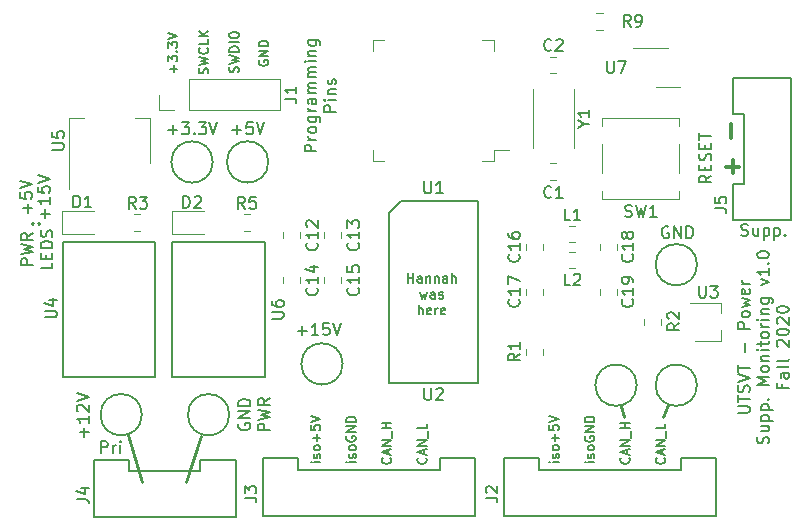
<source format=gbr>
G04 #@! TF.GenerationSoftware,KiCad,Pcbnew,(5.1.5)-3*
G04 #@! TF.CreationDate,2021-01-10T15:50:35-06:00*
G04 #@! TF.ProjectId,Power-SupplementalMonitoringPCB,506f7765-722d-4537-9570-706c656d656e,rev?*
G04 #@! TF.SameCoordinates,Original*
G04 #@! TF.FileFunction,Legend,Top*
G04 #@! TF.FilePolarity,Positive*
%FSLAX46Y46*%
G04 Gerber Fmt 4.6, Leading zero omitted, Abs format (unit mm)*
G04 Created by KiCad (PCBNEW (5.1.5)-3) date 2021-01-10 15:50:35*
%MOMM*%
%LPD*%
G04 APERTURE LIST*
%ADD10C,0.250000*%
%ADD11C,0.150000*%
%ADD12C,0.300000*%
%ADD13C,0.120000*%
G04 APERTURE END LIST*
D10*
X97157142Y-88700000D02*
X97204761Y-88652380D01*
X97252380Y-88700000D01*
X97204761Y-88747619D01*
X97157142Y-88700000D01*
X97252380Y-88700000D01*
X96633333Y-88700000D02*
X96680952Y-88652380D01*
X96728571Y-88700000D01*
X96680952Y-88747619D01*
X96633333Y-88700000D01*
X96728571Y-88700000D01*
D11*
X97771428Y-88261904D02*
X97771428Y-87500000D01*
X98152380Y-87880952D02*
X97390476Y-87880952D01*
X98152380Y-86500000D02*
X98152380Y-87071428D01*
X98152380Y-86785714D02*
X97152380Y-86785714D01*
X97295238Y-86880952D01*
X97390476Y-86976190D01*
X97438095Y-87071428D01*
X97152380Y-85595238D02*
X97152380Y-86071428D01*
X97628571Y-86119047D01*
X97580952Y-86071428D01*
X97533333Y-85976190D01*
X97533333Y-85738095D01*
X97580952Y-85642857D01*
X97628571Y-85595238D01*
X97723809Y-85547619D01*
X97961904Y-85547619D01*
X98057142Y-85595238D01*
X98104761Y-85642857D01*
X98152380Y-85738095D01*
X98152380Y-85976190D01*
X98104761Y-86071428D01*
X98057142Y-86119047D01*
X97152380Y-85261904D02*
X98152380Y-84928571D01*
X97152380Y-84595238D01*
X96271428Y-87785714D02*
X96271428Y-87023809D01*
X96652380Y-87404761D02*
X95890476Y-87404761D01*
X95652380Y-86071428D02*
X95652380Y-86547619D01*
X96128571Y-86595238D01*
X96080952Y-86547619D01*
X96033333Y-86452380D01*
X96033333Y-86214285D01*
X96080952Y-86119047D01*
X96128571Y-86071428D01*
X96223809Y-86023809D01*
X96461904Y-86023809D01*
X96557142Y-86071428D01*
X96604761Y-86119047D01*
X96652380Y-86214285D01*
X96652380Y-86452380D01*
X96604761Y-86547619D01*
X96557142Y-86595238D01*
X95652380Y-85738095D02*
X96652380Y-85404761D01*
X95652380Y-85071428D01*
X96727380Y-92233333D02*
X95727380Y-92233333D01*
X95727380Y-91852380D01*
X95775000Y-91757142D01*
X95822619Y-91709523D01*
X95917857Y-91661904D01*
X96060714Y-91661904D01*
X96155952Y-91709523D01*
X96203571Y-91757142D01*
X96251190Y-91852380D01*
X96251190Y-92233333D01*
X95727380Y-91328571D02*
X96727380Y-91090476D01*
X96013095Y-90900000D01*
X96727380Y-90709523D01*
X95727380Y-90471428D01*
X96727380Y-89519047D02*
X96251190Y-89852380D01*
X96727380Y-90090476D02*
X95727380Y-90090476D01*
X95727380Y-89709523D01*
X95775000Y-89614285D01*
X95822619Y-89566666D01*
X95917857Y-89519047D01*
X96060714Y-89519047D01*
X96155952Y-89566666D01*
X96203571Y-89614285D01*
X96251190Y-89709523D01*
X96251190Y-90090476D01*
X98377380Y-92019047D02*
X98377380Y-92495238D01*
X97377380Y-92495238D01*
X97853571Y-91685714D02*
X97853571Y-91352380D01*
X98377380Y-91209523D02*
X98377380Y-91685714D01*
X97377380Y-91685714D01*
X97377380Y-91209523D01*
X98377380Y-90780952D02*
X97377380Y-90780952D01*
X97377380Y-90542857D01*
X97425000Y-90400000D01*
X97520238Y-90304761D01*
X97615476Y-90257142D01*
X97805952Y-90209523D01*
X97948809Y-90209523D01*
X98139285Y-90257142D01*
X98234523Y-90304761D01*
X98329761Y-90400000D01*
X98377380Y-90542857D01*
X98377380Y-90780952D01*
X98329761Y-89828571D02*
X98377380Y-89685714D01*
X98377380Y-89447619D01*
X98329761Y-89352380D01*
X98282142Y-89304761D01*
X98186904Y-89257142D01*
X98091666Y-89257142D01*
X97996428Y-89304761D01*
X97948809Y-89352380D01*
X97901190Y-89447619D01*
X97853571Y-89638095D01*
X97805952Y-89733333D01*
X97758333Y-89780952D01*
X97663095Y-89828571D01*
X97567857Y-89828571D01*
X97472619Y-89780952D01*
X97425000Y-89733333D01*
X97377380Y-89638095D01*
X97377380Y-89400000D01*
X97425000Y-89257142D01*
X119138095Y-97771428D02*
X119900000Y-97771428D01*
X119519047Y-98152380D02*
X119519047Y-97390476D01*
X120900000Y-98152380D02*
X120328571Y-98152380D01*
X120614285Y-98152380D02*
X120614285Y-97152380D01*
X120519047Y-97295238D01*
X120423809Y-97390476D01*
X120328571Y-97438095D01*
X121804761Y-97152380D02*
X121328571Y-97152380D01*
X121280952Y-97628571D01*
X121328571Y-97580952D01*
X121423809Y-97533333D01*
X121661904Y-97533333D01*
X121757142Y-97580952D01*
X121804761Y-97628571D01*
X121852380Y-97723809D01*
X121852380Y-97961904D01*
X121804761Y-98057142D01*
X121757142Y-98104761D01*
X121661904Y-98152380D01*
X121423809Y-98152380D01*
X121328571Y-98104761D01*
X121280952Y-98057142D01*
X122138095Y-97152380D02*
X122471428Y-98152380D01*
X122804761Y-97152380D01*
X128461904Y-93711904D02*
X128461904Y-92911904D01*
X128461904Y-93292857D02*
X128919047Y-93292857D01*
X128919047Y-93711904D02*
X128919047Y-92911904D01*
X129642857Y-93711904D02*
X129642857Y-93292857D01*
X129604761Y-93216666D01*
X129528571Y-93178571D01*
X129376190Y-93178571D01*
X129300000Y-93216666D01*
X129642857Y-93673809D02*
X129566666Y-93711904D01*
X129376190Y-93711904D01*
X129300000Y-93673809D01*
X129261904Y-93597619D01*
X129261904Y-93521428D01*
X129300000Y-93445238D01*
X129376190Y-93407142D01*
X129566666Y-93407142D01*
X129642857Y-93369047D01*
X130023809Y-93178571D02*
X130023809Y-93711904D01*
X130023809Y-93254761D02*
X130061904Y-93216666D01*
X130138095Y-93178571D01*
X130252380Y-93178571D01*
X130328571Y-93216666D01*
X130366666Y-93292857D01*
X130366666Y-93711904D01*
X130747619Y-93178571D02*
X130747619Y-93711904D01*
X130747619Y-93254761D02*
X130785714Y-93216666D01*
X130861904Y-93178571D01*
X130976190Y-93178571D01*
X131052380Y-93216666D01*
X131090476Y-93292857D01*
X131090476Y-93711904D01*
X131814285Y-93711904D02*
X131814285Y-93292857D01*
X131776190Y-93216666D01*
X131700000Y-93178571D01*
X131547619Y-93178571D01*
X131471428Y-93216666D01*
X131814285Y-93673809D02*
X131738095Y-93711904D01*
X131547619Y-93711904D01*
X131471428Y-93673809D01*
X131433333Y-93597619D01*
X131433333Y-93521428D01*
X131471428Y-93445238D01*
X131547619Y-93407142D01*
X131738095Y-93407142D01*
X131814285Y-93369047D01*
X132195238Y-93711904D02*
X132195238Y-92911904D01*
X132538095Y-93711904D02*
X132538095Y-93292857D01*
X132500000Y-93216666D01*
X132423809Y-93178571D01*
X132309523Y-93178571D01*
X132233333Y-93216666D01*
X132195238Y-93254761D01*
X129509523Y-94528571D02*
X129661904Y-95061904D01*
X129814285Y-94680952D01*
X129966666Y-95061904D01*
X130119047Y-94528571D01*
X130766666Y-95061904D02*
X130766666Y-94642857D01*
X130728571Y-94566666D01*
X130652380Y-94528571D01*
X130500000Y-94528571D01*
X130423809Y-94566666D01*
X130766666Y-95023809D02*
X130690476Y-95061904D01*
X130500000Y-95061904D01*
X130423809Y-95023809D01*
X130385714Y-94947619D01*
X130385714Y-94871428D01*
X130423809Y-94795238D01*
X130500000Y-94757142D01*
X130690476Y-94757142D01*
X130766666Y-94719047D01*
X131109523Y-95023809D02*
X131185714Y-95061904D01*
X131338095Y-95061904D01*
X131414285Y-95023809D01*
X131452380Y-94947619D01*
X131452380Y-94909523D01*
X131414285Y-94833333D01*
X131338095Y-94795238D01*
X131223809Y-94795238D01*
X131147619Y-94757142D01*
X131109523Y-94680952D01*
X131109523Y-94642857D01*
X131147619Y-94566666D01*
X131223809Y-94528571D01*
X131338095Y-94528571D01*
X131414285Y-94566666D01*
X129395238Y-96411904D02*
X129395238Y-95611904D01*
X129738095Y-96411904D02*
X129738095Y-95992857D01*
X129700000Y-95916666D01*
X129623809Y-95878571D01*
X129509523Y-95878571D01*
X129433333Y-95916666D01*
X129395238Y-95954761D01*
X130423809Y-96373809D02*
X130347619Y-96411904D01*
X130195238Y-96411904D01*
X130119047Y-96373809D01*
X130080952Y-96297619D01*
X130080952Y-95992857D01*
X130119047Y-95916666D01*
X130195238Y-95878571D01*
X130347619Y-95878571D01*
X130423809Y-95916666D01*
X130461904Y-95992857D01*
X130461904Y-96069047D01*
X130080952Y-96145238D01*
X130804761Y-96411904D02*
X130804761Y-95878571D01*
X130804761Y-96030952D02*
X130842857Y-95954761D01*
X130880952Y-95916666D01*
X130957142Y-95878571D01*
X131033333Y-95878571D01*
X131604761Y-96373809D02*
X131528571Y-96411904D01*
X131376190Y-96411904D01*
X131300000Y-96373809D01*
X131261904Y-96297619D01*
X131261904Y-95992857D01*
X131300000Y-95916666D01*
X131376190Y-95878571D01*
X131528571Y-95878571D01*
X131604761Y-95916666D01*
X131642857Y-95992857D01*
X131642857Y-96069047D01*
X131261904Y-96145238D01*
X156402380Y-104747619D02*
X157211904Y-104747619D01*
X157307142Y-104700000D01*
X157354761Y-104652380D01*
X157402380Y-104557142D01*
X157402380Y-104366666D01*
X157354761Y-104271428D01*
X157307142Y-104223809D01*
X157211904Y-104176190D01*
X156402380Y-104176190D01*
X156402380Y-103842857D02*
X156402380Y-103271428D01*
X157402380Y-103557142D02*
X156402380Y-103557142D01*
X157354761Y-102985714D02*
X157402380Y-102842857D01*
X157402380Y-102604761D01*
X157354761Y-102509523D01*
X157307142Y-102461904D01*
X157211904Y-102414285D01*
X157116666Y-102414285D01*
X157021428Y-102461904D01*
X156973809Y-102509523D01*
X156926190Y-102604761D01*
X156878571Y-102795238D01*
X156830952Y-102890476D01*
X156783333Y-102938095D01*
X156688095Y-102985714D01*
X156592857Y-102985714D01*
X156497619Y-102938095D01*
X156450000Y-102890476D01*
X156402380Y-102795238D01*
X156402380Y-102557142D01*
X156450000Y-102414285D01*
X156402380Y-102128571D02*
X157402380Y-101795238D01*
X156402380Y-101461904D01*
X156402380Y-101271428D02*
X156402380Y-100700000D01*
X157402380Y-100985714D02*
X156402380Y-100985714D01*
X157021428Y-99604761D02*
X157021428Y-98842857D01*
X157402380Y-97604761D02*
X156402380Y-97604761D01*
X156402380Y-97223809D01*
X156450000Y-97128571D01*
X156497619Y-97080952D01*
X156592857Y-97033333D01*
X156735714Y-97033333D01*
X156830952Y-97080952D01*
X156878571Y-97128571D01*
X156926190Y-97223809D01*
X156926190Y-97604761D01*
X157402380Y-96461904D02*
X157354761Y-96557142D01*
X157307142Y-96604761D01*
X157211904Y-96652380D01*
X156926190Y-96652380D01*
X156830952Y-96604761D01*
X156783333Y-96557142D01*
X156735714Y-96461904D01*
X156735714Y-96319047D01*
X156783333Y-96223809D01*
X156830952Y-96176190D01*
X156926190Y-96128571D01*
X157211904Y-96128571D01*
X157307142Y-96176190D01*
X157354761Y-96223809D01*
X157402380Y-96319047D01*
X157402380Y-96461904D01*
X156735714Y-95795238D02*
X157402380Y-95604761D01*
X156926190Y-95414285D01*
X157402380Y-95223809D01*
X156735714Y-95033333D01*
X157354761Y-94271428D02*
X157402380Y-94366666D01*
X157402380Y-94557142D01*
X157354761Y-94652380D01*
X157259523Y-94700000D01*
X156878571Y-94700000D01*
X156783333Y-94652380D01*
X156735714Y-94557142D01*
X156735714Y-94366666D01*
X156783333Y-94271428D01*
X156878571Y-94223809D01*
X156973809Y-94223809D01*
X157069047Y-94700000D01*
X157402380Y-93795238D02*
X156735714Y-93795238D01*
X156926190Y-93795238D02*
X156830952Y-93747619D01*
X156783333Y-93700000D01*
X156735714Y-93604761D01*
X156735714Y-93509523D01*
X159004761Y-107319047D02*
X159052380Y-107176190D01*
X159052380Y-106938095D01*
X159004761Y-106842857D01*
X158957142Y-106795238D01*
X158861904Y-106747619D01*
X158766666Y-106747619D01*
X158671428Y-106795238D01*
X158623809Y-106842857D01*
X158576190Y-106938095D01*
X158528571Y-107128571D01*
X158480952Y-107223809D01*
X158433333Y-107271428D01*
X158338095Y-107319047D01*
X158242857Y-107319047D01*
X158147619Y-107271428D01*
X158100000Y-107223809D01*
X158052380Y-107128571D01*
X158052380Y-106890476D01*
X158100000Y-106747619D01*
X158385714Y-105890476D02*
X159052380Y-105890476D01*
X158385714Y-106319047D02*
X158909523Y-106319047D01*
X159004761Y-106271428D01*
X159052380Y-106176190D01*
X159052380Y-106033333D01*
X159004761Y-105938095D01*
X158957142Y-105890476D01*
X158385714Y-105414285D02*
X159385714Y-105414285D01*
X158433333Y-105414285D02*
X158385714Y-105319047D01*
X158385714Y-105128571D01*
X158433333Y-105033333D01*
X158480952Y-104985714D01*
X158576190Y-104938095D01*
X158861904Y-104938095D01*
X158957142Y-104985714D01*
X159004761Y-105033333D01*
X159052380Y-105128571D01*
X159052380Y-105319047D01*
X159004761Y-105414285D01*
X158385714Y-104509523D02*
X159385714Y-104509523D01*
X158433333Y-104509523D02*
X158385714Y-104414285D01*
X158385714Y-104223809D01*
X158433333Y-104128571D01*
X158480952Y-104080952D01*
X158576190Y-104033333D01*
X158861904Y-104033333D01*
X158957142Y-104080952D01*
X159004761Y-104128571D01*
X159052380Y-104223809D01*
X159052380Y-104414285D01*
X159004761Y-104509523D01*
X158957142Y-103604761D02*
X159004761Y-103557142D01*
X159052380Y-103604761D01*
X159004761Y-103652380D01*
X158957142Y-103604761D01*
X159052380Y-103604761D01*
X159052380Y-102366666D02*
X158052380Y-102366666D01*
X158766666Y-102033333D01*
X158052380Y-101700000D01*
X159052380Y-101700000D01*
X159052380Y-101080952D02*
X159004761Y-101176190D01*
X158957142Y-101223809D01*
X158861904Y-101271428D01*
X158576190Y-101271428D01*
X158480952Y-101223809D01*
X158433333Y-101176190D01*
X158385714Y-101080952D01*
X158385714Y-100938095D01*
X158433333Y-100842857D01*
X158480952Y-100795238D01*
X158576190Y-100747619D01*
X158861904Y-100747619D01*
X158957142Y-100795238D01*
X159004761Y-100842857D01*
X159052380Y-100938095D01*
X159052380Y-101080952D01*
X158385714Y-100319047D02*
X159052380Y-100319047D01*
X158480952Y-100319047D02*
X158433333Y-100271428D01*
X158385714Y-100176190D01*
X158385714Y-100033333D01*
X158433333Y-99938095D01*
X158528571Y-99890476D01*
X159052380Y-99890476D01*
X159052380Y-99414285D02*
X158385714Y-99414285D01*
X158052380Y-99414285D02*
X158100000Y-99461904D01*
X158147619Y-99414285D01*
X158100000Y-99366666D01*
X158052380Y-99414285D01*
X158147619Y-99414285D01*
X158385714Y-99080952D02*
X158385714Y-98700000D01*
X158052380Y-98938095D02*
X158909523Y-98938095D01*
X159004761Y-98890476D01*
X159052380Y-98795238D01*
X159052380Y-98700000D01*
X159052380Y-98223809D02*
X159004761Y-98319047D01*
X158957142Y-98366666D01*
X158861904Y-98414285D01*
X158576190Y-98414285D01*
X158480952Y-98366666D01*
X158433333Y-98319047D01*
X158385714Y-98223809D01*
X158385714Y-98080952D01*
X158433333Y-97985714D01*
X158480952Y-97938095D01*
X158576190Y-97890476D01*
X158861904Y-97890476D01*
X158957142Y-97938095D01*
X159004761Y-97985714D01*
X159052380Y-98080952D01*
X159052380Y-98223809D01*
X159052380Y-97461904D02*
X158385714Y-97461904D01*
X158576190Y-97461904D02*
X158480952Y-97414285D01*
X158433333Y-97366666D01*
X158385714Y-97271428D01*
X158385714Y-97176190D01*
X159052380Y-96842857D02*
X158385714Y-96842857D01*
X158052380Y-96842857D02*
X158100000Y-96890476D01*
X158147619Y-96842857D01*
X158100000Y-96795238D01*
X158052380Y-96842857D01*
X158147619Y-96842857D01*
X158385714Y-96366666D02*
X159052380Y-96366666D01*
X158480952Y-96366666D02*
X158433333Y-96319047D01*
X158385714Y-96223809D01*
X158385714Y-96080952D01*
X158433333Y-95985714D01*
X158528571Y-95938095D01*
X159052380Y-95938095D01*
X158385714Y-95033333D02*
X159195238Y-95033333D01*
X159290476Y-95080952D01*
X159338095Y-95128571D01*
X159385714Y-95223809D01*
X159385714Y-95366666D01*
X159338095Y-95461904D01*
X159004761Y-95033333D02*
X159052380Y-95128571D01*
X159052380Y-95319047D01*
X159004761Y-95414285D01*
X158957142Y-95461904D01*
X158861904Y-95509523D01*
X158576190Y-95509523D01*
X158480952Y-95461904D01*
X158433333Y-95414285D01*
X158385714Y-95319047D01*
X158385714Y-95128571D01*
X158433333Y-95033333D01*
X158385714Y-93890476D02*
X159052380Y-93652380D01*
X158385714Y-93414285D01*
X159052380Y-92509523D02*
X159052380Y-93080952D01*
X159052380Y-92795238D02*
X158052380Y-92795238D01*
X158195238Y-92890476D01*
X158290476Y-92985714D01*
X158338095Y-93080952D01*
X158957142Y-92080952D02*
X159004761Y-92033333D01*
X159052380Y-92080952D01*
X159004761Y-92128571D01*
X158957142Y-92080952D01*
X159052380Y-92080952D01*
X158052380Y-91414285D02*
X158052380Y-91319047D01*
X158100000Y-91223809D01*
X158147619Y-91176190D01*
X158242857Y-91128571D01*
X158433333Y-91080952D01*
X158671428Y-91080952D01*
X158861904Y-91128571D01*
X158957142Y-91176190D01*
X159004761Y-91223809D01*
X159052380Y-91319047D01*
X159052380Y-91414285D01*
X159004761Y-91509523D01*
X158957142Y-91557142D01*
X158861904Y-91604761D01*
X158671428Y-91652380D01*
X158433333Y-91652380D01*
X158242857Y-91604761D01*
X158147619Y-91557142D01*
X158100000Y-91509523D01*
X158052380Y-91414285D01*
X160178571Y-102319047D02*
X160178571Y-102652380D01*
X160702380Y-102652380D02*
X159702380Y-102652380D01*
X159702380Y-102176190D01*
X160702380Y-101366666D02*
X160178571Y-101366666D01*
X160083333Y-101414285D01*
X160035714Y-101509523D01*
X160035714Y-101700000D01*
X160083333Y-101795238D01*
X160654761Y-101366666D02*
X160702380Y-101461904D01*
X160702380Y-101700000D01*
X160654761Y-101795238D01*
X160559523Y-101842857D01*
X160464285Y-101842857D01*
X160369047Y-101795238D01*
X160321428Y-101700000D01*
X160321428Y-101461904D01*
X160273809Y-101366666D01*
X160702380Y-100747619D02*
X160654761Y-100842857D01*
X160559523Y-100890476D01*
X159702380Y-100890476D01*
X160702380Y-100223809D02*
X160654761Y-100319047D01*
X160559523Y-100366666D01*
X159702380Y-100366666D01*
X159797619Y-99128571D02*
X159750000Y-99080952D01*
X159702380Y-98985714D01*
X159702380Y-98747619D01*
X159750000Y-98652380D01*
X159797619Y-98604761D01*
X159892857Y-98557142D01*
X159988095Y-98557142D01*
X160130952Y-98604761D01*
X160702380Y-99176190D01*
X160702380Y-98557142D01*
X159702380Y-97938095D02*
X159702380Y-97842857D01*
X159750000Y-97747619D01*
X159797619Y-97700000D01*
X159892857Y-97652380D01*
X160083333Y-97604761D01*
X160321428Y-97604761D01*
X160511904Y-97652380D01*
X160607142Y-97700000D01*
X160654761Y-97747619D01*
X160702380Y-97842857D01*
X160702380Y-97938095D01*
X160654761Y-98033333D01*
X160607142Y-98080952D01*
X160511904Y-98128571D01*
X160321428Y-98176190D01*
X160083333Y-98176190D01*
X159892857Y-98128571D01*
X159797619Y-98080952D01*
X159750000Y-98033333D01*
X159702380Y-97938095D01*
X159797619Y-97223809D02*
X159750000Y-97176190D01*
X159702380Y-97080952D01*
X159702380Y-96842857D01*
X159750000Y-96747619D01*
X159797619Y-96700000D01*
X159892857Y-96652380D01*
X159988095Y-96652380D01*
X160130952Y-96700000D01*
X160702380Y-97271428D01*
X160702380Y-96652380D01*
X159702380Y-96033333D02*
X159702380Y-95938095D01*
X159750000Y-95842857D01*
X159797619Y-95795238D01*
X159892857Y-95747619D01*
X160083333Y-95700000D01*
X160321428Y-95700000D01*
X160511904Y-95747619D01*
X160607142Y-95795238D01*
X160654761Y-95842857D01*
X160702380Y-95938095D01*
X160702380Y-96033333D01*
X160654761Y-96128571D01*
X160607142Y-96176190D01*
X160511904Y-96223809D01*
X160321428Y-96271428D01*
X160083333Y-96271428D01*
X159892857Y-96223809D01*
X159797619Y-96176190D01*
X159750000Y-96128571D01*
X159702380Y-96033333D01*
D10*
X150100000Y-105100000D02*
X150500000Y-104100000D01*
X146500000Y-104200000D02*
X146800000Y-105100000D01*
D11*
X150185714Y-108542857D02*
X150223809Y-108580952D01*
X150261904Y-108695238D01*
X150261904Y-108771428D01*
X150223809Y-108885714D01*
X150147619Y-108961904D01*
X150071428Y-109000000D01*
X149919047Y-109038095D01*
X149804761Y-109038095D01*
X149652380Y-109000000D01*
X149576190Y-108961904D01*
X149500000Y-108885714D01*
X149461904Y-108771428D01*
X149461904Y-108695238D01*
X149500000Y-108580952D01*
X149538095Y-108542857D01*
X150033333Y-108238095D02*
X150033333Y-107857142D01*
X150261904Y-108314285D02*
X149461904Y-108047619D01*
X150261904Y-107780952D01*
X150261904Y-107514285D02*
X149461904Y-107514285D01*
X150261904Y-107057142D01*
X149461904Y-107057142D01*
X150338095Y-106866666D02*
X150338095Y-106257142D01*
X150261904Y-105685714D02*
X150261904Y-106066666D01*
X149461904Y-106066666D01*
X144261904Y-108904761D02*
X143728571Y-108904761D01*
X143461904Y-108904761D02*
X143500000Y-108942857D01*
X143538095Y-108904761D01*
X143500000Y-108866666D01*
X143461904Y-108904761D01*
X143538095Y-108904761D01*
X144223809Y-108561904D02*
X144261904Y-108485714D01*
X144261904Y-108333333D01*
X144223809Y-108257142D01*
X144147619Y-108219047D01*
X144109523Y-108219047D01*
X144033333Y-108257142D01*
X143995238Y-108333333D01*
X143995238Y-108447619D01*
X143957142Y-108523809D01*
X143880952Y-108561904D01*
X143842857Y-108561904D01*
X143766666Y-108523809D01*
X143728571Y-108447619D01*
X143728571Y-108333333D01*
X143766666Y-108257142D01*
X144261904Y-107761904D02*
X144223809Y-107838095D01*
X144185714Y-107876190D01*
X144109523Y-107914285D01*
X143880952Y-107914285D01*
X143804761Y-107876190D01*
X143766666Y-107838095D01*
X143728571Y-107761904D01*
X143728571Y-107647619D01*
X143766666Y-107571428D01*
X143804761Y-107533333D01*
X143880952Y-107495238D01*
X144109523Y-107495238D01*
X144185714Y-107533333D01*
X144223809Y-107571428D01*
X144261904Y-107647619D01*
X144261904Y-107761904D01*
X143500000Y-106733333D02*
X143461904Y-106809523D01*
X143461904Y-106923809D01*
X143500000Y-107038095D01*
X143576190Y-107114285D01*
X143652380Y-107152380D01*
X143804761Y-107190476D01*
X143919047Y-107190476D01*
X144071428Y-107152380D01*
X144147619Y-107114285D01*
X144223809Y-107038095D01*
X144261904Y-106923809D01*
X144261904Y-106847619D01*
X144223809Y-106733333D01*
X144185714Y-106695238D01*
X143919047Y-106695238D01*
X143919047Y-106847619D01*
X144261904Y-106352380D02*
X143461904Y-106352380D01*
X144261904Y-105895238D01*
X143461904Y-105895238D01*
X144261904Y-105514285D02*
X143461904Y-105514285D01*
X143461904Y-105323809D01*
X143500000Y-105209523D01*
X143576190Y-105133333D01*
X143652380Y-105095238D01*
X143804761Y-105057142D01*
X143919047Y-105057142D01*
X144071428Y-105095238D01*
X144147619Y-105133333D01*
X144223809Y-105209523D01*
X144261904Y-105323809D01*
X144261904Y-105514285D01*
X147185714Y-108538095D02*
X147223809Y-108576190D01*
X147261904Y-108690476D01*
X147261904Y-108766666D01*
X147223809Y-108880952D01*
X147147619Y-108957142D01*
X147071428Y-108995238D01*
X146919047Y-109033333D01*
X146804761Y-109033333D01*
X146652380Y-108995238D01*
X146576190Y-108957142D01*
X146500000Y-108880952D01*
X146461904Y-108766666D01*
X146461904Y-108690476D01*
X146500000Y-108576190D01*
X146538095Y-108538095D01*
X147033333Y-108233333D02*
X147033333Y-107852380D01*
X147261904Y-108309523D02*
X146461904Y-108042857D01*
X147261904Y-107776190D01*
X147261904Y-107509523D02*
X146461904Y-107509523D01*
X147261904Y-107052380D01*
X146461904Y-107052380D01*
X147338095Y-106861904D02*
X147338095Y-106252380D01*
X147261904Y-106061904D02*
X146461904Y-106061904D01*
X146842857Y-106061904D02*
X146842857Y-105604761D01*
X147261904Y-105604761D02*
X146461904Y-105604761D01*
X141261904Y-108904761D02*
X140728571Y-108904761D01*
X140461904Y-108904761D02*
X140500000Y-108942857D01*
X140538095Y-108904761D01*
X140500000Y-108866666D01*
X140461904Y-108904761D01*
X140538095Y-108904761D01*
X141223809Y-108561904D02*
X141261904Y-108485714D01*
X141261904Y-108333333D01*
X141223809Y-108257142D01*
X141147619Y-108219047D01*
X141109523Y-108219047D01*
X141033333Y-108257142D01*
X140995238Y-108333333D01*
X140995238Y-108447619D01*
X140957142Y-108523809D01*
X140880952Y-108561904D01*
X140842857Y-108561904D01*
X140766666Y-108523809D01*
X140728571Y-108447619D01*
X140728571Y-108333333D01*
X140766666Y-108257142D01*
X141261904Y-107761904D02*
X141223809Y-107838095D01*
X141185714Y-107876190D01*
X141109523Y-107914285D01*
X140880952Y-107914285D01*
X140804761Y-107876190D01*
X140766666Y-107838095D01*
X140728571Y-107761904D01*
X140728571Y-107647619D01*
X140766666Y-107571428D01*
X140804761Y-107533333D01*
X140880952Y-107495238D01*
X141109523Y-107495238D01*
X141185714Y-107533333D01*
X141223809Y-107571428D01*
X141261904Y-107647619D01*
X141261904Y-107761904D01*
X140957142Y-107152380D02*
X140957142Y-106542857D01*
X141261904Y-106847619D02*
X140652380Y-106847619D01*
X140461904Y-105780952D02*
X140461904Y-106161904D01*
X140842857Y-106200000D01*
X140804761Y-106161904D01*
X140766666Y-106085714D01*
X140766666Y-105895238D01*
X140804761Y-105819047D01*
X140842857Y-105780952D01*
X140919047Y-105742857D01*
X141109523Y-105742857D01*
X141185714Y-105780952D01*
X141223809Y-105819047D01*
X141261904Y-105895238D01*
X141261904Y-106085714D01*
X141223809Y-106161904D01*
X141185714Y-106200000D01*
X140461904Y-105514285D02*
X141261904Y-105247619D01*
X140461904Y-104980952D01*
X124061904Y-108904761D02*
X123528571Y-108904761D01*
X123261904Y-108904761D02*
X123300000Y-108942857D01*
X123338095Y-108904761D01*
X123300000Y-108866666D01*
X123261904Y-108904761D01*
X123338095Y-108904761D01*
X124023809Y-108561904D02*
X124061904Y-108485714D01*
X124061904Y-108333333D01*
X124023809Y-108257142D01*
X123947619Y-108219047D01*
X123909523Y-108219047D01*
X123833333Y-108257142D01*
X123795238Y-108333333D01*
X123795238Y-108447619D01*
X123757142Y-108523809D01*
X123680952Y-108561904D01*
X123642857Y-108561904D01*
X123566666Y-108523809D01*
X123528571Y-108447619D01*
X123528571Y-108333333D01*
X123566666Y-108257142D01*
X124061904Y-107761904D02*
X124023809Y-107838095D01*
X123985714Y-107876190D01*
X123909523Y-107914285D01*
X123680952Y-107914285D01*
X123604761Y-107876190D01*
X123566666Y-107838095D01*
X123528571Y-107761904D01*
X123528571Y-107647619D01*
X123566666Y-107571428D01*
X123604761Y-107533333D01*
X123680952Y-107495238D01*
X123909523Y-107495238D01*
X123985714Y-107533333D01*
X124023809Y-107571428D01*
X124061904Y-107647619D01*
X124061904Y-107761904D01*
X123300000Y-106733333D02*
X123261904Y-106809523D01*
X123261904Y-106923809D01*
X123300000Y-107038095D01*
X123376190Y-107114285D01*
X123452380Y-107152380D01*
X123604761Y-107190476D01*
X123719047Y-107190476D01*
X123871428Y-107152380D01*
X123947619Y-107114285D01*
X124023809Y-107038095D01*
X124061904Y-106923809D01*
X124061904Y-106847619D01*
X124023809Y-106733333D01*
X123985714Y-106695238D01*
X123719047Y-106695238D01*
X123719047Y-106847619D01*
X124061904Y-106352380D02*
X123261904Y-106352380D01*
X124061904Y-105895238D01*
X123261904Y-105895238D01*
X124061904Y-105514285D02*
X123261904Y-105514285D01*
X123261904Y-105323809D01*
X123300000Y-105209523D01*
X123376190Y-105133333D01*
X123452380Y-105095238D01*
X123604761Y-105057142D01*
X123719047Y-105057142D01*
X123871428Y-105095238D01*
X123947619Y-105133333D01*
X124023809Y-105209523D01*
X124061904Y-105323809D01*
X124061904Y-105514285D01*
X121061904Y-108904761D02*
X120528571Y-108904761D01*
X120261904Y-108904761D02*
X120300000Y-108942857D01*
X120338095Y-108904761D01*
X120300000Y-108866666D01*
X120261904Y-108904761D01*
X120338095Y-108904761D01*
X121023809Y-108561904D02*
X121061904Y-108485714D01*
X121061904Y-108333333D01*
X121023809Y-108257142D01*
X120947619Y-108219047D01*
X120909523Y-108219047D01*
X120833333Y-108257142D01*
X120795238Y-108333333D01*
X120795238Y-108447619D01*
X120757142Y-108523809D01*
X120680952Y-108561904D01*
X120642857Y-108561904D01*
X120566666Y-108523809D01*
X120528571Y-108447619D01*
X120528571Y-108333333D01*
X120566666Y-108257142D01*
X121061904Y-107761904D02*
X121023809Y-107838095D01*
X120985714Y-107876190D01*
X120909523Y-107914285D01*
X120680952Y-107914285D01*
X120604761Y-107876190D01*
X120566666Y-107838095D01*
X120528571Y-107761904D01*
X120528571Y-107647619D01*
X120566666Y-107571428D01*
X120604761Y-107533333D01*
X120680952Y-107495238D01*
X120909523Y-107495238D01*
X120985714Y-107533333D01*
X121023809Y-107571428D01*
X121061904Y-107647619D01*
X121061904Y-107761904D01*
X120757142Y-107152380D02*
X120757142Y-106542857D01*
X121061904Y-106847619D02*
X120452380Y-106847619D01*
X120261904Y-105780952D02*
X120261904Y-106161904D01*
X120642857Y-106200000D01*
X120604761Y-106161904D01*
X120566666Y-106085714D01*
X120566666Y-105895238D01*
X120604761Y-105819047D01*
X120642857Y-105780952D01*
X120719047Y-105742857D01*
X120909523Y-105742857D01*
X120985714Y-105780952D01*
X121023809Y-105819047D01*
X121061904Y-105895238D01*
X121061904Y-106085714D01*
X121023809Y-106161904D01*
X120985714Y-106200000D01*
X120261904Y-105514285D02*
X121061904Y-105247619D01*
X120261904Y-104980952D01*
X129985714Y-108542857D02*
X130023809Y-108580952D01*
X130061904Y-108695238D01*
X130061904Y-108771428D01*
X130023809Y-108885714D01*
X129947619Y-108961904D01*
X129871428Y-109000000D01*
X129719047Y-109038095D01*
X129604761Y-109038095D01*
X129452380Y-109000000D01*
X129376190Y-108961904D01*
X129300000Y-108885714D01*
X129261904Y-108771428D01*
X129261904Y-108695238D01*
X129300000Y-108580952D01*
X129338095Y-108542857D01*
X129833333Y-108238095D02*
X129833333Y-107857142D01*
X130061904Y-108314285D02*
X129261904Y-108047619D01*
X130061904Y-107780952D01*
X130061904Y-107514285D02*
X129261904Y-107514285D01*
X130061904Y-107057142D01*
X129261904Y-107057142D01*
X130138095Y-106866666D02*
X130138095Y-106257142D01*
X130061904Y-105685714D02*
X130061904Y-106066666D01*
X129261904Y-106066666D01*
X126985714Y-108538095D02*
X127023809Y-108576190D01*
X127061904Y-108690476D01*
X127061904Y-108766666D01*
X127023809Y-108880952D01*
X126947619Y-108957142D01*
X126871428Y-108995238D01*
X126719047Y-109033333D01*
X126604761Y-109033333D01*
X126452380Y-108995238D01*
X126376190Y-108957142D01*
X126300000Y-108880952D01*
X126261904Y-108766666D01*
X126261904Y-108690476D01*
X126300000Y-108576190D01*
X126338095Y-108538095D01*
X126833333Y-108233333D02*
X126833333Y-107852380D01*
X127061904Y-108309523D02*
X126261904Y-108042857D01*
X127061904Y-107776190D01*
X127061904Y-107509523D02*
X126261904Y-107509523D01*
X127061904Y-107052380D01*
X126261904Y-107052380D01*
X127138095Y-106861904D02*
X127138095Y-106252380D01*
X127061904Y-106061904D02*
X126261904Y-106061904D01*
X126642857Y-106061904D02*
X126642857Y-105604761D01*
X127061904Y-105604761D02*
X126261904Y-105604761D01*
X102490476Y-108152380D02*
X102490476Y-107152380D01*
X102871428Y-107152380D01*
X102966666Y-107200000D01*
X103014285Y-107247619D01*
X103061904Y-107342857D01*
X103061904Y-107485714D01*
X103014285Y-107580952D01*
X102966666Y-107628571D01*
X102871428Y-107676190D01*
X102490476Y-107676190D01*
X103490476Y-108152380D02*
X103490476Y-107485714D01*
X103490476Y-107676190D02*
X103538095Y-107580952D01*
X103585714Y-107533333D01*
X103680952Y-107485714D01*
X103776190Y-107485714D01*
X104109523Y-108152380D02*
X104109523Y-107485714D01*
X104109523Y-107152380D02*
X104061904Y-107200000D01*
X104109523Y-107247619D01*
X104157142Y-107200000D01*
X104109523Y-107152380D01*
X104109523Y-107247619D01*
X101071428Y-106761904D02*
X101071428Y-106000000D01*
X101452380Y-106380952D02*
X100690476Y-106380952D01*
X101452380Y-105000000D02*
X101452380Y-105571428D01*
X101452380Y-105285714D02*
X100452380Y-105285714D01*
X100595238Y-105380952D01*
X100690476Y-105476190D01*
X100738095Y-105571428D01*
X100547619Y-104619047D02*
X100500000Y-104571428D01*
X100452380Y-104476190D01*
X100452380Y-104238095D01*
X100500000Y-104142857D01*
X100547619Y-104095238D01*
X100642857Y-104047619D01*
X100738095Y-104047619D01*
X100880952Y-104095238D01*
X101452380Y-104666666D01*
X101452380Y-104047619D01*
X100452380Y-103761904D02*
X101452380Y-103428571D01*
X100452380Y-103095238D01*
X114175000Y-105661904D02*
X114127380Y-105757142D01*
X114127380Y-105900000D01*
X114175000Y-106042857D01*
X114270238Y-106138095D01*
X114365476Y-106185714D01*
X114555952Y-106233333D01*
X114698809Y-106233333D01*
X114889285Y-106185714D01*
X114984523Y-106138095D01*
X115079761Y-106042857D01*
X115127380Y-105900000D01*
X115127380Y-105804761D01*
X115079761Y-105661904D01*
X115032142Y-105614285D01*
X114698809Y-105614285D01*
X114698809Y-105804761D01*
X115127380Y-105185714D02*
X114127380Y-105185714D01*
X115127380Y-104614285D01*
X114127380Y-104614285D01*
X115127380Y-104138095D02*
X114127380Y-104138095D01*
X114127380Y-103900000D01*
X114175000Y-103757142D01*
X114270238Y-103661904D01*
X114365476Y-103614285D01*
X114555952Y-103566666D01*
X114698809Y-103566666D01*
X114889285Y-103614285D01*
X114984523Y-103661904D01*
X115079761Y-103757142D01*
X115127380Y-103900000D01*
X115127380Y-104138095D01*
X116777380Y-106233333D02*
X115777380Y-106233333D01*
X115777380Y-105852380D01*
X115825000Y-105757142D01*
X115872619Y-105709523D01*
X115967857Y-105661904D01*
X116110714Y-105661904D01*
X116205952Y-105709523D01*
X116253571Y-105757142D01*
X116301190Y-105852380D01*
X116301190Y-106233333D01*
X115777380Y-105328571D02*
X116777380Y-105090476D01*
X116063095Y-104900000D01*
X116777380Y-104709523D01*
X115777380Y-104471428D01*
X116777380Y-103519047D02*
X116301190Y-103852380D01*
X116777380Y-104090476D02*
X115777380Y-104090476D01*
X115777380Y-103709523D01*
X115825000Y-103614285D01*
X115872619Y-103566666D01*
X115967857Y-103519047D01*
X116110714Y-103519047D01*
X116205952Y-103566666D01*
X116253571Y-103614285D01*
X116301190Y-103709523D01*
X116301190Y-104090476D01*
D10*
X111000000Y-106700000D02*
X109700000Y-110600000D01*
X104800000Y-106600000D02*
X106000000Y-110600000D01*
D11*
X115900000Y-74909523D02*
X115861904Y-74985714D01*
X115861904Y-75100000D01*
X115900000Y-75214285D01*
X115976190Y-75290476D01*
X116052380Y-75328571D01*
X116204761Y-75366666D01*
X116319047Y-75366666D01*
X116471428Y-75328571D01*
X116547619Y-75290476D01*
X116623809Y-75214285D01*
X116661904Y-75100000D01*
X116661904Y-75023809D01*
X116623809Y-74909523D01*
X116585714Y-74871428D01*
X116319047Y-74871428D01*
X116319047Y-75023809D01*
X116661904Y-74528571D02*
X115861904Y-74528571D01*
X116661904Y-74071428D01*
X115861904Y-74071428D01*
X116661904Y-73690476D02*
X115861904Y-73690476D01*
X115861904Y-73500000D01*
X115900000Y-73385714D01*
X115976190Y-73309523D01*
X116052380Y-73271428D01*
X116204761Y-73233333D01*
X116319047Y-73233333D01*
X116471428Y-73271428D01*
X116547619Y-73309523D01*
X116623809Y-73385714D01*
X116661904Y-73500000D01*
X116661904Y-73690476D01*
X114123809Y-75895238D02*
X114161904Y-75780952D01*
X114161904Y-75590476D01*
X114123809Y-75514285D01*
X114085714Y-75476190D01*
X114009523Y-75438095D01*
X113933333Y-75438095D01*
X113857142Y-75476190D01*
X113819047Y-75514285D01*
X113780952Y-75590476D01*
X113742857Y-75742857D01*
X113704761Y-75819047D01*
X113666666Y-75857142D01*
X113590476Y-75895238D01*
X113514285Y-75895238D01*
X113438095Y-75857142D01*
X113400000Y-75819047D01*
X113361904Y-75742857D01*
X113361904Y-75552380D01*
X113400000Y-75438095D01*
X113361904Y-75171428D02*
X114161904Y-74980952D01*
X113590476Y-74828571D01*
X114161904Y-74676190D01*
X113361904Y-74485714D01*
X114161904Y-74180952D02*
X113361904Y-74180952D01*
X113361904Y-73990476D01*
X113400000Y-73876190D01*
X113476190Y-73800000D01*
X113552380Y-73761904D01*
X113704761Y-73723809D01*
X113819047Y-73723809D01*
X113971428Y-73761904D01*
X114047619Y-73800000D01*
X114123809Y-73876190D01*
X114161904Y-73990476D01*
X114161904Y-74180952D01*
X114161904Y-73380952D02*
X113361904Y-73380952D01*
X113361904Y-72847619D02*
X113361904Y-72695238D01*
X113400000Y-72619047D01*
X113476190Y-72542857D01*
X113628571Y-72504761D01*
X113895238Y-72504761D01*
X114047619Y-72542857D01*
X114123809Y-72619047D01*
X114161904Y-72695238D01*
X114161904Y-72847619D01*
X114123809Y-72923809D01*
X114047619Y-73000000D01*
X113895238Y-73038095D01*
X113628571Y-73038095D01*
X113476190Y-73000000D01*
X113400000Y-72923809D01*
X113361904Y-72847619D01*
X111523809Y-76009523D02*
X111561904Y-75895238D01*
X111561904Y-75704761D01*
X111523809Y-75628571D01*
X111485714Y-75590476D01*
X111409523Y-75552380D01*
X111333333Y-75552380D01*
X111257142Y-75590476D01*
X111219047Y-75628571D01*
X111180952Y-75704761D01*
X111142857Y-75857142D01*
X111104761Y-75933333D01*
X111066666Y-75971428D01*
X110990476Y-76009523D01*
X110914285Y-76009523D01*
X110838095Y-75971428D01*
X110800000Y-75933333D01*
X110761904Y-75857142D01*
X110761904Y-75666666D01*
X110800000Y-75552380D01*
X110761904Y-75285714D02*
X111561904Y-75095238D01*
X110990476Y-74942857D01*
X111561904Y-74790476D01*
X110761904Y-74600000D01*
X111485714Y-73838095D02*
X111523809Y-73876190D01*
X111561904Y-73990476D01*
X111561904Y-74066666D01*
X111523809Y-74180952D01*
X111447619Y-74257142D01*
X111371428Y-74295238D01*
X111219047Y-74333333D01*
X111104761Y-74333333D01*
X110952380Y-74295238D01*
X110876190Y-74257142D01*
X110800000Y-74180952D01*
X110761904Y-74066666D01*
X110761904Y-73990476D01*
X110800000Y-73876190D01*
X110838095Y-73838095D01*
X111561904Y-73114285D02*
X111561904Y-73495238D01*
X110761904Y-73495238D01*
X111561904Y-72847619D02*
X110761904Y-72847619D01*
X111561904Y-72390476D02*
X111104761Y-72733333D01*
X110761904Y-72390476D02*
X111219047Y-72847619D01*
X108657142Y-75900000D02*
X108657142Y-75290476D01*
X108961904Y-75595238D02*
X108352380Y-75595238D01*
X108161904Y-74985714D02*
X108161904Y-74490476D01*
X108466666Y-74757142D01*
X108466666Y-74642857D01*
X108504761Y-74566666D01*
X108542857Y-74528571D01*
X108619047Y-74490476D01*
X108809523Y-74490476D01*
X108885714Y-74528571D01*
X108923809Y-74566666D01*
X108961904Y-74642857D01*
X108961904Y-74871428D01*
X108923809Y-74947619D01*
X108885714Y-74985714D01*
X108885714Y-74147619D02*
X108923809Y-74109523D01*
X108961904Y-74147619D01*
X108923809Y-74185714D01*
X108885714Y-74147619D01*
X108961904Y-74147619D01*
X108161904Y-73842857D02*
X108161904Y-73347619D01*
X108466666Y-73614285D01*
X108466666Y-73500000D01*
X108504761Y-73423809D01*
X108542857Y-73385714D01*
X108619047Y-73347619D01*
X108809523Y-73347619D01*
X108885714Y-73385714D01*
X108923809Y-73423809D01*
X108961904Y-73500000D01*
X108961904Y-73728571D01*
X108923809Y-73804761D01*
X108885714Y-73842857D01*
X108161904Y-73119047D02*
X108961904Y-72852380D01*
X108161904Y-72585714D01*
X150538095Y-89000000D02*
X150442857Y-88952380D01*
X150300000Y-88952380D01*
X150157142Y-89000000D01*
X150061904Y-89095238D01*
X150014285Y-89190476D01*
X149966666Y-89380952D01*
X149966666Y-89523809D01*
X150014285Y-89714285D01*
X150061904Y-89809523D01*
X150157142Y-89904761D01*
X150300000Y-89952380D01*
X150395238Y-89952380D01*
X150538095Y-89904761D01*
X150585714Y-89857142D01*
X150585714Y-89523809D01*
X150395238Y-89523809D01*
X151014285Y-89952380D02*
X151014285Y-88952380D01*
X151585714Y-89952380D01*
X151585714Y-88952380D01*
X152061904Y-89952380D02*
X152061904Y-88952380D01*
X152300000Y-88952380D01*
X152442857Y-89000000D01*
X152538095Y-89095238D01*
X152585714Y-89190476D01*
X152633333Y-89380952D01*
X152633333Y-89523809D01*
X152585714Y-89714285D01*
X152538095Y-89809523D01*
X152442857Y-89904761D01*
X152300000Y-89952380D01*
X152061904Y-89952380D01*
X108200000Y-80771428D02*
X108961904Y-80771428D01*
X108580952Y-81152380D02*
X108580952Y-80390476D01*
X109342857Y-80152380D02*
X109961904Y-80152380D01*
X109628571Y-80533333D01*
X109771428Y-80533333D01*
X109866666Y-80580952D01*
X109914285Y-80628571D01*
X109961904Y-80723809D01*
X109961904Y-80961904D01*
X109914285Y-81057142D01*
X109866666Y-81104761D01*
X109771428Y-81152380D01*
X109485714Y-81152380D01*
X109390476Y-81104761D01*
X109342857Y-81057142D01*
X110390476Y-81057142D02*
X110438095Y-81104761D01*
X110390476Y-81152380D01*
X110342857Y-81104761D01*
X110390476Y-81057142D01*
X110390476Y-81152380D01*
X110771428Y-80152380D02*
X111390476Y-80152380D01*
X111057142Y-80533333D01*
X111200000Y-80533333D01*
X111295238Y-80580952D01*
X111342857Y-80628571D01*
X111390476Y-80723809D01*
X111390476Y-80961904D01*
X111342857Y-81057142D01*
X111295238Y-81104761D01*
X111200000Y-81152380D01*
X110914285Y-81152380D01*
X110819047Y-81104761D01*
X110771428Y-81057142D01*
X111676190Y-80152380D02*
X112009523Y-81152380D01*
X112342857Y-80152380D01*
X113614285Y-80771428D02*
X114376190Y-80771428D01*
X113995238Y-81152380D02*
X113995238Y-80390476D01*
X115328571Y-80152380D02*
X114852380Y-80152380D01*
X114804761Y-80628571D01*
X114852380Y-80580952D01*
X114947619Y-80533333D01*
X115185714Y-80533333D01*
X115280952Y-80580952D01*
X115328571Y-80628571D01*
X115376190Y-80723809D01*
X115376190Y-80961904D01*
X115328571Y-81057142D01*
X115280952Y-81104761D01*
X115185714Y-81152380D01*
X114947619Y-81152380D01*
X114852380Y-81104761D01*
X114804761Y-81057142D01*
X115661904Y-80152380D02*
X115995238Y-81152380D01*
X116328571Y-80152380D01*
X120727380Y-82614285D02*
X119727380Y-82614285D01*
X119727380Y-82233333D01*
X119775000Y-82138095D01*
X119822619Y-82090476D01*
X119917857Y-82042857D01*
X120060714Y-82042857D01*
X120155952Y-82090476D01*
X120203571Y-82138095D01*
X120251190Y-82233333D01*
X120251190Y-82614285D01*
X120727380Y-81614285D02*
X120060714Y-81614285D01*
X120251190Y-81614285D02*
X120155952Y-81566666D01*
X120108333Y-81519047D01*
X120060714Y-81423809D01*
X120060714Y-81328571D01*
X120727380Y-80852380D02*
X120679761Y-80947619D01*
X120632142Y-80995238D01*
X120536904Y-81042857D01*
X120251190Y-81042857D01*
X120155952Y-80995238D01*
X120108333Y-80947619D01*
X120060714Y-80852380D01*
X120060714Y-80709523D01*
X120108333Y-80614285D01*
X120155952Y-80566666D01*
X120251190Y-80519047D01*
X120536904Y-80519047D01*
X120632142Y-80566666D01*
X120679761Y-80614285D01*
X120727380Y-80709523D01*
X120727380Y-80852380D01*
X120060714Y-79661904D02*
X120870238Y-79661904D01*
X120965476Y-79709523D01*
X121013095Y-79757142D01*
X121060714Y-79852380D01*
X121060714Y-79995238D01*
X121013095Y-80090476D01*
X120679761Y-79661904D02*
X120727380Y-79757142D01*
X120727380Y-79947619D01*
X120679761Y-80042857D01*
X120632142Y-80090476D01*
X120536904Y-80138095D01*
X120251190Y-80138095D01*
X120155952Y-80090476D01*
X120108333Y-80042857D01*
X120060714Y-79947619D01*
X120060714Y-79757142D01*
X120108333Y-79661904D01*
X120727380Y-79185714D02*
X120060714Y-79185714D01*
X120251190Y-79185714D02*
X120155952Y-79138095D01*
X120108333Y-79090476D01*
X120060714Y-78995238D01*
X120060714Y-78900000D01*
X120727380Y-78138095D02*
X120203571Y-78138095D01*
X120108333Y-78185714D01*
X120060714Y-78280952D01*
X120060714Y-78471428D01*
X120108333Y-78566666D01*
X120679761Y-78138095D02*
X120727380Y-78233333D01*
X120727380Y-78471428D01*
X120679761Y-78566666D01*
X120584523Y-78614285D01*
X120489285Y-78614285D01*
X120394047Y-78566666D01*
X120346428Y-78471428D01*
X120346428Y-78233333D01*
X120298809Y-78138095D01*
X120727380Y-77661904D02*
X120060714Y-77661904D01*
X120155952Y-77661904D02*
X120108333Y-77614285D01*
X120060714Y-77519047D01*
X120060714Y-77376190D01*
X120108333Y-77280952D01*
X120203571Y-77233333D01*
X120727380Y-77233333D01*
X120203571Y-77233333D02*
X120108333Y-77185714D01*
X120060714Y-77090476D01*
X120060714Y-76947619D01*
X120108333Y-76852380D01*
X120203571Y-76804761D01*
X120727380Y-76804761D01*
X120727380Y-76328571D02*
X120060714Y-76328571D01*
X120155952Y-76328571D02*
X120108333Y-76280952D01*
X120060714Y-76185714D01*
X120060714Y-76042857D01*
X120108333Y-75947619D01*
X120203571Y-75900000D01*
X120727380Y-75900000D01*
X120203571Y-75900000D02*
X120108333Y-75852380D01*
X120060714Y-75757142D01*
X120060714Y-75614285D01*
X120108333Y-75519047D01*
X120203571Y-75471428D01*
X120727380Y-75471428D01*
X120727380Y-74995238D02*
X120060714Y-74995238D01*
X119727380Y-74995238D02*
X119775000Y-75042857D01*
X119822619Y-74995238D01*
X119775000Y-74947619D01*
X119727380Y-74995238D01*
X119822619Y-74995238D01*
X120060714Y-74519047D02*
X120727380Y-74519047D01*
X120155952Y-74519047D02*
X120108333Y-74471428D01*
X120060714Y-74376190D01*
X120060714Y-74233333D01*
X120108333Y-74138095D01*
X120203571Y-74090476D01*
X120727380Y-74090476D01*
X120060714Y-73185714D02*
X120870238Y-73185714D01*
X120965476Y-73233333D01*
X121013095Y-73280952D01*
X121060714Y-73376190D01*
X121060714Y-73519047D01*
X121013095Y-73614285D01*
X120679761Y-73185714D02*
X120727380Y-73280952D01*
X120727380Y-73471428D01*
X120679761Y-73566666D01*
X120632142Y-73614285D01*
X120536904Y-73661904D01*
X120251190Y-73661904D01*
X120155952Y-73614285D01*
X120108333Y-73566666D01*
X120060714Y-73471428D01*
X120060714Y-73280952D01*
X120108333Y-73185714D01*
X122377380Y-79257142D02*
X121377380Y-79257142D01*
X121377380Y-78876190D01*
X121425000Y-78780952D01*
X121472619Y-78733333D01*
X121567857Y-78685714D01*
X121710714Y-78685714D01*
X121805952Y-78733333D01*
X121853571Y-78780952D01*
X121901190Y-78876190D01*
X121901190Y-79257142D01*
X122377380Y-78257142D02*
X121710714Y-78257142D01*
X121377380Y-78257142D02*
X121425000Y-78304761D01*
X121472619Y-78257142D01*
X121425000Y-78209523D01*
X121377380Y-78257142D01*
X121472619Y-78257142D01*
X121710714Y-77780952D02*
X122377380Y-77780952D01*
X121805952Y-77780952D02*
X121758333Y-77733333D01*
X121710714Y-77638095D01*
X121710714Y-77495238D01*
X121758333Y-77400000D01*
X121853571Y-77352380D01*
X122377380Y-77352380D01*
X122329761Y-76923809D02*
X122377380Y-76828571D01*
X122377380Y-76638095D01*
X122329761Y-76542857D01*
X122234523Y-76495238D01*
X122186904Y-76495238D01*
X122091666Y-76542857D01*
X122044047Y-76638095D01*
X122044047Y-76780952D01*
X121996428Y-76876190D01*
X121901190Y-76923809D01*
X121853571Y-76923809D01*
X121758333Y-76876190D01*
X121710714Y-76780952D01*
X121710714Y-76638095D01*
X121758333Y-76542857D01*
X154152380Y-84652380D02*
X153676190Y-84985714D01*
X154152380Y-85223809D02*
X153152380Y-85223809D01*
X153152380Y-84842857D01*
X153200000Y-84747619D01*
X153247619Y-84700000D01*
X153342857Y-84652380D01*
X153485714Y-84652380D01*
X153580952Y-84700000D01*
X153628571Y-84747619D01*
X153676190Y-84842857D01*
X153676190Y-85223809D01*
X153628571Y-84223809D02*
X153628571Y-83890476D01*
X154152380Y-83747619D02*
X154152380Y-84223809D01*
X153152380Y-84223809D01*
X153152380Y-83747619D01*
X154104761Y-83366666D02*
X154152380Y-83223809D01*
X154152380Y-82985714D01*
X154104761Y-82890476D01*
X154057142Y-82842857D01*
X153961904Y-82795238D01*
X153866666Y-82795238D01*
X153771428Y-82842857D01*
X153723809Y-82890476D01*
X153676190Y-82985714D01*
X153628571Y-83176190D01*
X153580952Y-83271428D01*
X153533333Y-83319047D01*
X153438095Y-83366666D01*
X153342857Y-83366666D01*
X153247619Y-83319047D01*
X153200000Y-83271428D01*
X153152380Y-83176190D01*
X153152380Y-82938095D01*
X153200000Y-82795238D01*
X153628571Y-82366666D02*
X153628571Y-82033333D01*
X154152380Y-81890476D02*
X154152380Y-82366666D01*
X153152380Y-82366666D01*
X153152380Y-81890476D01*
X153152380Y-81604761D02*
X153152380Y-81033333D01*
X154152380Y-81319047D02*
X153152380Y-81319047D01*
X156694047Y-89704761D02*
X156836904Y-89752380D01*
X157075000Y-89752380D01*
X157170238Y-89704761D01*
X157217857Y-89657142D01*
X157265476Y-89561904D01*
X157265476Y-89466666D01*
X157217857Y-89371428D01*
X157170238Y-89323809D01*
X157075000Y-89276190D01*
X156884523Y-89228571D01*
X156789285Y-89180952D01*
X156741666Y-89133333D01*
X156694047Y-89038095D01*
X156694047Y-88942857D01*
X156741666Y-88847619D01*
X156789285Y-88800000D01*
X156884523Y-88752380D01*
X157122619Y-88752380D01*
X157265476Y-88800000D01*
X158122619Y-89085714D02*
X158122619Y-89752380D01*
X157694047Y-89085714D02*
X157694047Y-89609523D01*
X157741666Y-89704761D01*
X157836904Y-89752380D01*
X157979761Y-89752380D01*
X158075000Y-89704761D01*
X158122619Y-89657142D01*
X158598809Y-89085714D02*
X158598809Y-90085714D01*
X158598809Y-89133333D02*
X158694047Y-89085714D01*
X158884523Y-89085714D01*
X158979761Y-89133333D01*
X159027380Y-89180952D01*
X159075000Y-89276190D01*
X159075000Y-89561904D01*
X159027380Y-89657142D01*
X158979761Y-89704761D01*
X158884523Y-89752380D01*
X158694047Y-89752380D01*
X158598809Y-89704761D01*
X159503571Y-89085714D02*
X159503571Y-90085714D01*
X159503571Y-89133333D02*
X159598809Y-89085714D01*
X159789285Y-89085714D01*
X159884523Y-89133333D01*
X159932142Y-89180952D01*
X159979761Y-89276190D01*
X159979761Y-89561904D01*
X159932142Y-89657142D01*
X159884523Y-89704761D01*
X159789285Y-89752380D01*
X159598809Y-89752380D01*
X159503571Y-89704761D01*
X160408333Y-89657142D02*
X160455952Y-89704761D01*
X160408333Y-89752380D01*
X160360714Y-89704761D01*
X160408333Y-89657142D01*
X160408333Y-89752380D01*
D12*
X155867857Y-80328571D02*
X155867857Y-81471428D01*
X155967857Y-83328571D02*
X155967857Y-84471428D01*
X155396428Y-83900000D02*
X156539285Y-83900000D01*
D13*
X144441422Y-72310000D02*
X144958578Y-72310000D01*
X144441422Y-70890000D02*
X144958578Y-70890000D01*
X151450000Y-84450000D02*
X151450000Y-81950000D01*
X144950000Y-84450000D02*
X144950000Y-81950000D01*
X151450000Y-86600000D02*
X151450000Y-85950000D01*
X144950000Y-86600000D02*
X151450000Y-86600000D01*
X144950000Y-85950000D02*
X144950000Y-86600000D01*
X151450000Y-79800000D02*
X151450000Y-80450000D01*
X144950000Y-79800000D02*
X151450000Y-79800000D01*
X144950000Y-80450000D02*
X144950000Y-79800000D01*
D11*
X111950000Y-83500000D02*
G75*
G03X111950000Y-83500000I-1750000J0D01*
G01*
D13*
X99790000Y-85800000D02*
X99790000Y-79790000D01*
X106610000Y-83550000D02*
X106610000Y-79790000D01*
X99790000Y-79790000D02*
X101050000Y-79790000D01*
X106610000Y-79790000D02*
X105350000Y-79790000D01*
D11*
X116400000Y-101750000D02*
X108540000Y-101750000D01*
X116400000Y-90250000D02*
X116400000Y-101750000D01*
X108540000Y-90250000D02*
X116400000Y-90250000D01*
X108540000Y-101750000D02*
X108540000Y-90250000D01*
X122950000Y-100600000D02*
G75*
G03X122950000Y-100600000I-1750000J0D01*
G01*
D13*
X115108578Y-87890000D02*
X114591422Y-87890000D01*
X115108578Y-89310000D02*
X114591422Y-89310000D01*
X108515000Y-89560000D02*
X111200000Y-89560000D01*
X108515000Y-87640000D02*
X108515000Y-89560000D01*
X111200000Y-87640000D02*
X108515000Y-87640000D01*
D11*
X126880000Y-87790000D02*
X127880000Y-86790000D01*
X126880000Y-102190000D02*
X126880000Y-87790000D01*
X134380000Y-102190000D02*
X126880000Y-102190000D01*
X134380000Y-86790000D02*
X134380000Y-102190000D01*
X127880000Y-86790000D02*
X134380000Y-86790000D01*
D13*
X150500000Y-73880000D02*
X147500000Y-73880000D01*
X151500000Y-77120000D02*
X149500000Y-77120000D01*
X107370000Y-79130000D02*
X107370000Y-77800000D01*
X108700000Y-79130000D02*
X107370000Y-79130000D01*
X109970000Y-79130000D02*
X109970000Y-76470000D01*
X109970000Y-76470000D02*
X117650000Y-76470000D01*
X109970000Y-79130000D02*
X117650000Y-79130000D01*
X117650000Y-79130000D02*
X117650000Y-76470000D01*
D11*
X116200000Y-113500000D02*
X116200000Y-108600000D01*
X134200000Y-113500000D02*
X116200000Y-113500000D01*
X134200000Y-108600000D02*
X134200000Y-113500000D01*
X131200000Y-108600000D02*
X134200000Y-108600000D01*
X131200000Y-109600000D02*
X131200000Y-108600000D01*
X119200000Y-109600000D02*
X131200000Y-109600000D01*
X119200000Y-108600000D02*
X119200000Y-109600000D01*
X116200000Y-108600000D02*
X119200000Y-108600000D01*
X136600000Y-113500000D02*
X136600000Y-108600000D01*
X154600000Y-113500000D02*
X136600000Y-113500000D01*
X154600000Y-108600000D02*
X154600000Y-113500000D01*
X151600000Y-108600000D02*
X154600000Y-108600000D01*
X151600000Y-109600000D02*
X151600000Y-108600000D01*
X139600000Y-109600000D02*
X151600000Y-109600000D01*
X139600000Y-108600000D02*
X139600000Y-109600000D01*
X136600000Y-108600000D02*
X139600000Y-108600000D01*
D13*
X142510000Y-82300000D02*
X142510000Y-77300000D01*
X139090000Y-82300000D02*
X139090000Y-77300000D01*
D11*
X107100000Y-101750000D02*
X99240000Y-101750000D01*
X107100000Y-90250000D02*
X107100000Y-101750000D01*
X99240000Y-90250000D02*
X107100000Y-90250000D01*
X99240000Y-101750000D02*
X99240000Y-90250000D01*
D13*
X152825000Y-98640000D02*
X154975000Y-98640000D01*
X152400000Y-95420000D02*
X154975000Y-95420000D01*
X154975000Y-97730000D02*
X154975000Y-98640000D01*
X154975000Y-95420000D02*
X154975000Y-96330000D01*
X135740000Y-82460000D02*
X137080000Y-82460000D01*
X135740000Y-83410000D02*
X135740000Y-82460000D01*
X134790000Y-83410000D02*
X135740000Y-83410000D01*
X125520000Y-83410000D02*
X125520000Y-82460000D01*
X126470000Y-83410000D02*
X125520000Y-83410000D01*
X135740000Y-73190000D02*
X135740000Y-74140000D01*
X134790000Y-73190000D02*
X135740000Y-73190000D01*
X125520000Y-73190000D02*
X125520000Y-74140000D01*
X126470000Y-73190000D02*
X125520000Y-73190000D01*
D11*
X152950000Y-92200000D02*
G75*
G03X152950000Y-92200000I-1750000J0D01*
G01*
X116650000Y-83500000D02*
G75*
G03X116650000Y-83500000I-1750000J0D01*
G01*
X113350000Y-104900000D02*
G75*
G03X113350000Y-104900000I-1750000J0D01*
G01*
X105950000Y-104900000D02*
G75*
G03X105950000Y-104900000I-1750000J0D01*
G01*
X152950000Y-102400000D02*
G75*
G03X152950000Y-102400000I-1750000J0D01*
G01*
X147850000Y-102400000D02*
G75*
G03X147850000Y-102400000I-1750000J0D01*
G01*
D13*
X105808578Y-87890000D02*
X105291422Y-87890000D01*
X105808578Y-89310000D02*
X105291422Y-89310000D01*
X149910000Y-97288578D02*
X149910000Y-96771422D01*
X148490000Y-97288578D02*
X148490000Y-96771422D01*
X138490000Y-99311422D02*
X138490000Y-99828578D01*
X139910000Y-99311422D02*
X139910000Y-99828578D01*
X142658578Y-91090000D02*
X142141422Y-91090000D01*
X142658578Y-92510000D02*
X142141422Y-92510000D01*
X142658578Y-88890000D02*
X142141422Y-88890000D01*
X142658578Y-90310000D02*
X142141422Y-90310000D01*
D11*
X160875000Y-88400000D02*
X155975000Y-88400000D01*
X160875000Y-76400000D02*
X160875000Y-88400000D01*
X155975000Y-76400000D02*
X160875000Y-76400000D01*
X155975000Y-79400000D02*
X155975000Y-76400000D01*
X156975000Y-79400000D02*
X155975000Y-79400000D01*
X156975000Y-85400000D02*
X156975000Y-79400000D01*
X155975000Y-85400000D02*
X156975000Y-85400000D01*
X155975000Y-88400000D02*
X155975000Y-85400000D01*
X101900000Y-113600000D02*
X101900000Y-108700000D01*
X113900000Y-113600000D02*
X101900000Y-113600000D01*
X113900000Y-108700000D02*
X113900000Y-113600000D01*
X110900000Y-108700000D02*
X113900000Y-108700000D01*
X110900000Y-109700000D02*
X110900000Y-108700000D01*
X104900000Y-109700000D02*
X110900000Y-109700000D01*
X104900000Y-108700000D02*
X104900000Y-109700000D01*
X101900000Y-108700000D02*
X104900000Y-108700000D01*
D13*
X99215000Y-89560000D02*
X101900000Y-89560000D01*
X99215000Y-87640000D02*
X99215000Y-89560000D01*
X101900000Y-87640000D02*
X99215000Y-87640000D01*
X144765000Y-94231422D02*
X144765000Y-94748578D01*
X146185000Y-94231422D02*
X146185000Y-94748578D01*
X144765000Y-90421422D02*
X144765000Y-90938578D01*
X146185000Y-90421422D02*
X146185000Y-90938578D01*
X138490000Y-94231422D02*
X138490000Y-94748578D01*
X139910000Y-94231422D02*
X139910000Y-94748578D01*
X138490000Y-90421422D02*
X138490000Y-90938578D01*
X139910000Y-90421422D02*
X139910000Y-90938578D01*
X121390000Y-93263922D02*
X121390000Y-93781078D01*
X122810000Y-93263922D02*
X122810000Y-93781078D01*
X117890000Y-93263922D02*
X117890000Y-93781078D01*
X119310000Y-93263922D02*
X119310000Y-93781078D01*
X122810000Y-89958578D02*
X122810000Y-89441422D01*
X121390000Y-89958578D02*
X121390000Y-89441422D01*
X119310000Y-89958578D02*
X119310000Y-89441422D01*
X117890000Y-89958578D02*
X117890000Y-89441422D01*
X140541422Y-76010000D02*
X141058578Y-76010000D01*
X140541422Y-74590000D02*
X141058578Y-74590000D01*
X140541422Y-85010000D02*
X141058578Y-85010000D01*
X140541422Y-83590000D02*
X141058578Y-83590000D01*
D11*
X147333333Y-72052380D02*
X147000000Y-71576190D01*
X146761904Y-72052380D02*
X146761904Y-71052380D01*
X147142857Y-71052380D01*
X147238095Y-71100000D01*
X147285714Y-71147619D01*
X147333333Y-71242857D01*
X147333333Y-71385714D01*
X147285714Y-71480952D01*
X147238095Y-71528571D01*
X147142857Y-71576190D01*
X146761904Y-71576190D01*
X147809523Y-72052380D02*
X148000000Y-72052380D01*
X148095238Y-72004761D01*
X148142857Y-71957142D01*
X148238095Y-71814285D01*
X148285714Y-71623809D01*
X148285714Y-71242857D01*
X148238095Y-71147619D01*
X148190476Y-71100000D01*
X148095238Y-71052380D01*
X147904761Y-71052380D01*
X147809523Y-71100000D01*
X147761904Y-71147619D01*
X147714285Y-71242857D01*
X147714285Y-71480952D01*
X147761904Y-71576190D01*
X147809523Y-71623809D01*
X147904761Y-71671428D01*
X148095238Y-71671428D01*
X148190476Y-71623809D01*
X148238095Y-71576190D01*
X148285714Y-71480952D01*
X146866666Y-88104761D02*
X147009523Y-88152380D01*
X147247619Y-88152380D01*
X147342857Y-88104761D01*
X147390476Y-88057142D01*
X147438095Y-87961904D01*
X147438095Y-87866666D01*
X147390476Y-87771428D01*
X147342857Y-87723809D01*
X147247619Y-87676190D01*
X147057142Y-87628571D01*
X146961904Y-87580952D01*
X146914285Y-87533333D01*
X146866666Y-87438095D01*
X146866666Y-87342857D01*
X146914285Y-87247619D01*
X146961904Y-87200000D01*
X147057142Y-87152380D01*
X147295238Y-87152380D01*
X147438095Y-87200000D01*
X147771428Y-87152380D02*
X148009523Y-88152380D01*
X148200000Y-87438095D01*
X148390476Y-88152380D01*
X148628571Y-87152380D01*
X149533333Y-88152380D02*
X148961904Y-88152380D01*
X149247619Y-88152380D02*
X149247619Y-87152380D01*
X149152380Y-87295238D01*
X149057142Y-87390476D01*
X148961904Y-87438095D01*
X98352380Y-82461904D02*
X99161904Y-82461904D01*
X99257142Y-82414285D01*
X99304761Y-82366666D01*
X99352380Y-82271428D01*
X99352380Y-82080952D01*
X99304761Y-81985714D01*
X99257142Y-81938095D01*
X99161904Y-81890476D01*
X98352380Y-81890476D01*
X98352380Y-80938095D02*
X98352380Y-81414285D01*
X98828571Y-81461904D01*
X98780952Y-81414285D01*
X98733333Y-81319047D01*
X98733333Y-81080952D01*
X98780952Y-80985714D01*
X98828571Y-80938095D01*
X98923809Y-80890476D01*
X99161904Y-80890476D01*
X99257142Y-80938095D01*
X99304761Y-80985714D01*
X99352380Y-81080952D01*
X99352380Y-81319047D01*
X99304761Y-81414285D01*
X99257142Y-81461904D01*
X116952380Y-96761904D02*
X117761904Y-96761904D01*
X117857142Y-96714285D01*
X117904761Y-96666666D01*
X117952380Y-96571428D01*
X117952380Y-96380952D01*
X117904761Y-96285714D01*
X117857142Y-96238095D01*
X117761904Y-96190476D01*
X116952380Y-96190476D01*
X116952380Y-95285714D02*
X116952380Y-95476190D01*
X117000000Y-95571428D01*
X117047619Y-95619047D01*
X117190476Y-95714285D01*
X117380952Y-95761904D01*
X117761904Y-95761904D01*
X117857142Y-95714285D01*
X117904761Y-95666666D01*
X117952380Y-95571428D01*
X117952380Y-95380952D01*
X117904761Y-95285714D01*
X117857142Y-95238095D01*
X117761904Y-95190476D01*
X117523809Y-95190476D01*
X117428571Y-95238095D01*
X117380952Y-95285714D01*
X117333333Y-95380952D01*
X117333333Y-95571428D01*
X117380952Y-95666666D01*
X117428571Y-95714285D01*
X117523809Y-95761904D01*
X114683333Y-87452380D02*
X114350000Y-86976190D01*
X114111904Y-87452380D02*
X114111904Y-86452380D01*
X114492857Y-86452380D01*
X114588095Y-86500000D01*
X114635714Y-86547619D01*
X114683333Y-86642857D01*
X114683333Y-86785714D01*
X114635714Y-86880952D01*
X114588095Y-86928571D01*
X114492857Y-86976190D01*
X114111904Y-86976190D01*
X115588095Y-86452380D02*
X115111904Y-86452380D01*
X115064285Y-86928571D01*
X115111904Y-86880952D01*
X115207142Y-86833333D01*
X115445238Y-86833333D01*
X115540476Y-86880952D01*
X115588095Y-86928571D01*
X115635714Y-87023809D01*
X115635714Y-87261904D01*
X115588095Y-87357142D01*
X115540476Y-87404761D01*
X115445238Y-87452380D01*
X115207142Y-87452380D01*
X115111904Y-87404761D01*
X115064285Y-87357142D01*
X109461904Y-87402380D02*
X109461904Y-86402380D01*
X109700000Y-86402380D01*
X109842857Y-86450000D01*
X109938095Y-86545238D01*
X109985714Y-86640476D01*
X110033333Y-86830952D01*
X110033333Y-86973809D01*
X109985714Y-87164285D01*
X109938095Y-87259523D01*
X109842857Y-87354761D01*
X109700000Y-87402380D01*
X109461904Y-87402380D01*
X110414285Y-86497619D02*
X110461904Y-86450000D01*
X110557142Y-86402380D01*
X110795238Y-86402380D01*
X110890476Y-86450000D01*
X110938095Y-86497619D01*
X110985714Y-86592857D01*
X110985714Y-86688095D01*
X110938095Y-86830952D01*
X110366666Y-87402380D01*
X110985714Y-87402380D01*
X129868095Y-102652380D02*
X129868095Y-103461904D01*
X129915714Y-103557142D01*
X129963333Y-103604761D01*
X130058571Y-103652380D01*
X130249047Y-103652380D01*
X130344285Y-103604761D01*
X130391904Y-103557142D01*
X130439523Y-103461904D01*
X130439523Y-102652380D01*
X130868095Y-102747619D02*
X130915714Y-102700000D01*
X131010952Y-102652380D01*
X131249047Y-102652380D01*
X131344285Y-102700000D01*
X131391904Y-102747619D01*
X131439523Y-102842857D01*
X131439523Y-102938095D01*
X131391904Y-103080952D01*
X130820476Y-103652380D01*
X131439523Y-103652380D01*
X145338095Y-74952380D02*
X145338095Y-75761904D01*
X145385714Y-75857142D01*
X145433333Y-75904761D01*
X145528571Y-75952380D01*
X145719047Y-75952380D01*
X145814285Y-75904761D01*
X145861904Y-75857142D01*
X145909523Y-75761904D01*
X145909523Y-74952380D01*
X146290476Y-74952380D02*
X146957142Y-74952380D01*
X146528571Y-75952380D01*
X118032380Y-78133333D02*
X118746666Y-78133333D01*
X118889523Y-78180952D01*
X118984761Y-78276190D01*
X119032380Y-78419047D01*
X119032380Y-78514285D01*
X119032380Y-77133333D02*
X119032380Y-77704761D01*
X119032380Y-77419047D02*
X118032380Y-77419047D01*
X118175238Y-77514285D01*
X118270476Y-77609523D01*
X118318095Y-77704761D01*
X114652380Y-111933333D02*
X115366666Y-111933333D01*
X115509523Y-111980952D01*
X115604761Y-112076190D01*
X115652380Y-112219047D01*
X115652380Y-112314285D01*
X114652380Y-111552380D02*
X114652380Y-110933333D01*
X115033333Y-111266666D01*
X115033333Y-111123809D01*
X115080952Y-111028571D01*
X115128571Y-110980952D01*
X115223809Y-110933333D01*
X115461904Y-110933333D01*
X115557142Y-110980952D01*
X115604761Y-111028571D01*
X115652380Y-111123809D01*
X115652380Y-111409523D01*
X115604761Y-111504761D01*
X115557142Y-111552380D01*
X135052380Y-111933333D02*
X135766666Y-111933333D01*
X135909523Y-111980952D01*
X136004761Y-112076190D01*
X136052380Y-112219047D01*
X136052380Y-112314285D01*
X135147619Y-111504761D02*
X135100000Y-111457142D01*
X135052380Y-111361904D01*
X135052380Y-111123809D01*
X135100000Y-111028571D01*
X135147619Y-110980952D01*
X135242857Y-110933333D01*
X135338095Y-110933333D01*
X135480952Y-110980952D01*
X136052380Y-111552380D01*
X136052380Y-110933333D01*
X143376190Y-80276190D02*
X143852380Y-80276190D01*
X142852380Y-80609523D02*
X143376190Y-80276190D01*
X142852380Y-79942857D01*
X143852380Y-79085714D02*
X143852380Y-79657142D01*
X143852380Y-79371428D02*
X142852380Y-79371428D01*
X142995238Y-79466666D01*
X143090476Y-79561904D01*
X143138095Y-79657142D01*
X97752380Y-96661904D02*
X98561904Y-96661904D01*
X98657142Y-96614285D01*
X98704761Y-96566666D01*
X98752380Y-96471428D01*
X98752380Y-96280952D01*
X98704761Y-96185714D01*
X98657142Y-96138095D01*
X98561904Y-96090476D01*
X97752380Y-96090476D01*
X98085714Y-95185714D02*
X98752380Y-95185714D01*
X97704761Y-95423809D02*
X98419047Y-95661904D01*
X98419047Y-95042857D01*
X153138095Y-93982380D02*
X153138095Y-94791904D01*
X153185714Y-94887142D01*
X153233333Y-94934761D01*
X153328571Y-94982380D01*
X153519047Y-94982380D01*
X153614285Y-94934761D01*
X153661904Y-94887142D01*
X153709523Y-94791904D01*
X153709523Y-93982380D01*
X154090476Y-93982380D02*
X154709523Y-93982380D01*
X154376190Y-94363333D01*
X154519047Y-94363333D01*
X154614285Y-94410952D01*
X154661904Y-94458571D01*
X154709523Y-94553809D01*
X154709523Y-94791904D01*
X154661904Y-94887142D01*
X154614285Y-94934761D01*
X154519047Y-94982380D01*
X154233333Y-94982380D01*
X154138095Y-94934761D01*
X154090476Y-94887142D01*
X129868095Y-85152380D02*
X129868095Y-85961904D01*
X129915714Y-86057142D01*
X129963333Y-86104761D01*
X130058571Y-86152380D01*
X130249047Y-86152380D01*
X130344285Y-86104761D01*
X130391904Y-86057142D01*
X130439523Y-85961904D01*
X130439523Y-85152380D01*
X131439523Y-86152380D02*
X130868095Y-86152380D01*
X131153809Y-86152380D02*
X131153809Y-85152380D01*
X131058571Y-85295238D01*
X130963333Y-85390476D01*
X130868095Y-85438095D01*
X105433333Y-87452380D02*
X105100000Y-86976190D01*
X104861904Y-87452380D02*
X104861904Y-86452380D01*
X105242857Y-86452380D01*
X105338095Y-86500000D01*
X105385714Y-86547619D01*
X105433333Y-86642857D01*
X105433333Y-86785714D01*
X105385714Y-86880952D01*
X105338095Y-86928571D01*
X105242857Y-86976190D01*
X104861904Y-86976190D01*
X105766666Y-86452380D02*
X106385714Y-86452380D01*
X106052380Y-86833333D01*
X106195238Y-86833333D01*
X106290476Y-86880952D01*
X106338095Y-86928571D01*
X106385714Y-87023809D01*
X106385714Y-87261904D01*
X106338095Y-87357142D01*
X106290476Y-87404761D01*
X106195238Y-87452380D01*
X105909523Y-87452380D01*
X105814285Y-87404761D01*
X105766666Y-87357142D01*
X151452380Y-97166666D02*
X150976190Y-97500000D01*
X151452380Y-97738095D02*
X150452380Y-97738095D01*
X150452380Y-97357142D01*
X150500000Y-97261904D01*
X150547619Y-97214285D01*
X150642857Y-97166666D01*
X150785714Y-97166666D01*
X150880952Y-97214285D01*
X150928571Y-97261904D01*
X150976190Y-97357142D01*
X150976190Y-97738095D01*
X150547619Y-96785714D02*
X150500000Y-96738095D01*
X150452380Y-96642857D01*
X150452380Y-96404761D01*
X150500000Y-96309523D01*
X150547619Y-96261904D01*
X150642857Y-96214285D01*
X150738095Y-96214285D01*
X150880952Y-96261904D01*
X151452380Y-96833333D01*
X151452380Y-96214285D01*
X137952380Y-99736666D02*
X137476190Y-100070000D01*
X137952380Y-100308095D02*
X136952380Y-100308095D01*
X136952380Y-99927142D01*
X137000000Y-99831904D01*
X137047619Y-99784285D01*
X137142857Y-99736666D01*
X137285714Y-99736666D01*
X137380952Y-99784285D01*
X137428571Y-99831904D01*
X137476190Y-99927142D01*
X137476190Y-100308095D01*
X137952380Y-98784285D02*
X137952380Y-99355714D01*
X137952380Y-99070000D02*
X136952380Y-99070000D01*
X137095238Y-99165238D01*
X137190476Y-99260476D01*
X137238095Y-99355714D01*
X142233333Y-93952380D02*
X141757142Y-93952380D01*
X141757142Y-92952380D01*
X142519047Y-93047619D02*
X142566666Y-93000000D01*
X142661904Y-92952380D01*
X142900000Y-92952380D01*
X142995238Y-93000000D01*
X143042857Y-93047619D01*
X143090476Y-93142857D01*
X143090476Y-93238095D01*
X143042857Y-93380952D01*
X142471428Y-93952380D01*
X143090476Y-93952380D01*
X142233333Y-88452380D02*
X141757142Y-88452380D01*
X141757142Y-87452380D01*
X143090476Y-88452380D02*
X142519047Y-88452380D01*
X142804761Y-88452380D02*
X142804761Y-87452380D01*
X142709523Y-87595238D01*
X142614285Y-87690476D01*
X142519047Y-87738095D01*
X154452380Y-87433333D02*
X155166666Y-87433333D01*
X155309523Y-87480952D01*
X155404761Y-87576190D01*
X155452380Y-87719047D01*
X155452380Y-87814285D01*
X154452380Y-86480952D02*
X154452380Y-86957142D01*
X154928571Y-87004761D01*
X154880952Y-86957142D01*
X154833333Y-86861904D01*
X154833333Y-86623809D01*
X154880952Y-86528571D01*
X154928571Y-86480952D01*
X155023809Y-86433333D01*
X155261904Y-86433333D01*
X155357142Y-86480952D01*
X155404761Y-86528571D01*
X155452380Y-86623809D01*
X155452380Y-86861904D01*
X155404761Y-86957142D01*
X155357142Y-87004761D01*
X100452380Y-112033333D02*
X101166666Y-112033333D01*
X101309523Y-112080952D01*
X101404761Y-112176190D01*
X101452380Y-112319047D01*
X101452380Y-112414285D01*
X100785714Y-111128571D02*
X101452380Y-111128571D01*
X100404761Y-111366666D02*
X101119047Y-111604761D01*
X101119047Y-110985714D01*
X100161904Y-87352380D02*
X100161904Y-86352380D01*
X100400000Y-86352380D01*
X100542857Y-86400000D01*
X100638095Y-86495238D01*
X100685714Y-86590476D01*
X100733333Y-86780952D01*
X100733333Y-86923809D01*
X100685714Y-87114285D01*
X100638095Y-87209523D01*
X100542857Y-87304761D01*
X100400000Y-87352380D01*
X100161904Y-87352380D01*
X101685714Y-87352380D02*
X101114285Y-87352380D01*
X101400000Y-87352380D02*
X101400000Y-86352380D01*
X101304761Y-86495238D01*
X101209523Y-86590476D01*
X101114285Y-86638095D01*
X147482142Y-95132857D02*
X147529761Y-95180476D01*
X147577380Y-95323333D01*
X147577380Y-95418571D01*
X147529761Y-95561428D01*
X147434523Y-95656666D01*
X147339285Y-95704285D01*
X147148809Y-95751904D01*
X147005952Y-95751904D01*
X146815476Y-95704285D01*
X146720238Y-95656666D01*
X146625000Y-95561428D01*
X146577380Y-95418571D01*
X146577380Y-95323333D01*
X146625000Y-95180476D01*
X146672619Y-95132857D01*
X147577380Y-94180476D02*
X147577380Y-94751904D01*
X147577380Y-94466190D02*
X146577380Y-94466190D01*
X146720238Y-94561428D01*
X146815476Y-94656666D01*
X146863095Y-94751904D01*
X147577380Y-93704285D02*
X147577380Y-93513809D01*
X147529761Y-93418571D01*
X147482142Y-93370952D01*
X147339285Y-93275714D01*
X147148809Y-93228095D01*
X146767857Y-93228095D01*
X146672619Y-93275714D01*
X146625000Y-93323333D01*
X146577380Y-93418571D01*
X146577380Y-93609047D01*
X146625000Y-93704285D01*
X146672619Y-93751904D01*
X146767857Y-93799523D01*
X147005952Y-93799523D01*
X147101190Y-93751904D01*
X147148809Y-93704285D01*
X147196428Y-93609047D01*
X147196428Y-93418571D01*
X147148809Y-93323333D01*
X147101190Y-93275714D01*
X147005952Y-93228095D01*
X147482142Y-91322857D02*
X147529761Y-91370476D01*
X147577380Y-91513333D01*
X147577380Y-91608571D01*
X147529761Y-91751428D01*
X147434523Y-91846666D01*
X147339285Y-91894285D01*
X147148809Y-91941904D01*
X147005952Y-91941904D01*
X146815476Y-91894285D01*
X146720238Y-91846666D01*
X146625000Y-91751428D01*
X146577380Y-91608571D01*
X146577380Y-91513333D01*
X146625000Y-91370476D01*
X146672619Y-91322857D01*
X147577380Y-90370476D02*
X147577380Y-90941904D01*
X147577380Y-90656190D02*
X146577380Y-90656190D01*
X146720238Y-90751428D01*
X146815476Y-90846666D01*
X146863095Y-90941904D01*
X147005952Y-89799047D02*
X146958333Y-89894285D01*
X146910714Y-89941904D01*
X146815476Y-89989523D01*
X146767857Y-89989523D01*
X146672619Y-89941904D01*
X146625000Y-89894285D01*
X146577380Y-89799047D01*
X146577380Y-89608571D01*
X146625000Y-89513333D01*
X146672619Y-89465714D01*
X146767857Y-89418095D01*
X146815476Y-89418095D01*
X146910714Y-89465714D01*
X146958333Y-89513333D01*
X147005952Y-89608571D01*
X147005952Y-89799047D01*
X147053571Y-89894285D01*
X147101190Y-89941904D01*
X147196428Y-89989523D01*
X147386904Y-89989523D01*
X147482142Y-89941904D01*
X147529761Y-89894285D01*
X147577380Y-89799047D01*
X147577380Y-89608571D01*
X147529761Y-89513333D01*
X147482142Y-89465714D01*
X147386904Y-89418095D01*
X147196428Y-89418095D01*
X147101190Y-89465714D01*
X147053571Y-89513333D01*
X147005952Y-89608571D01*
X137857142Y-95132857D02*
X137904761Y-95180476D01*
X137952380Y-95323333D01*
X137952380Y-95418571D01*
X137904761Y-95561428D01*
X137809523Y-95656666D01*
X137714285Y-95704285D01*
X137523809Y-95751904D01*
X137380952Y-95751904D01*
X137190476Y-95704285D01*
X137095238Y-95656666D01*
X137000000Y-95561428D01*
X136952380Y-95418571D01*
X136952380Y-95323333D01*
X137000000Y-95180476D01*
X137047619Y-95132857D01*
X137952380Y-94180476D02*
X137952380Y-94751904D01*
X137952380Y-94466190D02*
X136952380Y-94466190D01*
X137095238Y-94561428D01*
X137190476Y-94656666D01*
X137238095Y-94751904D01*
X136952380Y-93847142D02*
X136952380Y-93180476D01*
X137952380Y-93609047D01*
X137857142Y-91322857D02*
X137904761Y-91370476D01*
X137952380Y-91513333D01*
X137952380Y-91608571D01*
X137904761Y-91751428D01*
X137809523Y-91846666D01*
X137714285Y-91894285D01*
X137523809Y-91941904D01*
X137380952Y-91941904D01*
X137190476Y-91894285D01*
X137095238Y-91846666D01*
X137000000Y-91751428D01*
X136952380Y-91608571D01*
X136952380Y-91513333D01*
X137000000Y-91370476D01*
X137047619Y-91322857D01*
X137952380Y-90370476D02*
X137952380Y-90941904D01*
X137952380Y-90656190D02*
X136952380Y-90656190D01*
X137095238Y-90751428D01*
X137190476Y-90846666D01*
X137238095Y-90941904D01*
X136952380Y-89513333D02*
X136952380Y-89703809D01*
X137000000Y-89799047D01*
X137047619Y-89846666D01*
X137190476Y-89941904D01*
X137380952Y-89989523D01*
X137761904Y-89989523D01*
X137857142Y-89941904D01*
X137904761Y-89894285D01*
X137952380Y-89799047D01*
X137952380Y-89608571D01*
X137904761Y-89513333D01*
X137857142Y-89465714D01*
X137761904Y-89418095D01*
X137523809Y-89418095D01*
X137428571Y-89465714D01*
X137380952Y-89513333D01*
X137333333Y-89608571D01*
X137333333Y-89799047D01*
X137380952Y-89894285D01*
X137428571Y-89941904D01*
X137523809Y-89989523D01*
X124257142Y-94165357D02*
X124304761Y-94212976D01*
X124352380Y-94355833D01*
X124352380Y-94451071D01*
X124304761Y-94593928D01*
X124209523Y-94689166D01*
X124114285Y-94736785D01*
X123923809Y-94784404D01*
X123780952Y-94784404D01*
X123590476Y-94736785D01*
X123495238Y-94689166D01*
X123400000Y-94593928D01*
X123352380Y-94451071D01*
X123352380Y-94355833D01*
X123400000Y-94212976D01*
X123447619Y-94165357D01*
X124352380Y-93212976D02*
X124352380Y-93784404D01*
X124352380Y-93498690D02*
X123352380Y-93498690D01*
X123495238Y-93593928D01*
X123590476Y-93689166D01*
X123638095Y-93784404D01*
X123352380Y-92308214D02*
X123352380Y-92784404D01*
X123828571Y-92832023D01*
X123780952Y-92784404D01*
X123733333Y-92689166D01*
X123733333Y-92451071D01*
X123780952Y-92355833D01*
X123828571Y-92308214D01*
X123923809Y-92260595D01*
X124161904Y-92260595D01*
X124257142Y-92308214D01*
X124304761Y-92355833D01*
X124352380Y-92451071D01*
X124352380Y-92689166D01*
X124304761Y-92784404D01*
X124257142Y-92832023D01*
X120757142Y-94165357D02*
X120804761Y-94212976D01*
X120852380Y-94355833D01*
X120852380Y-94451071D01*
X120804761Y-94593928D01*
X120709523Y-94689166D01*
X120614285Y-94736785D01*
X120423809Y-94784404D01*
X120280952Y-94784404D01*
X120090476Y-94736785D01*
X119995238Y-94689166D01*
X119900000Y-94593928D01*
X119852380Y-94451071D01*
X119852380Y-94355833D01*
X119900000Y-94212976D01*
X119947619Y-94165357D01*
X120852380Y-93212976D02*
X120852380Y-93784404D01*
X120852380Y-93498690D02*
X119852380Y-93498690D01*
X119995238Y-93593928D01*
X120090476Y-93689166D01*
X120138095Y-93784404D01*
X120185714Y-92355833D02*
X120852380Y-92355833D01*
X119804761Y-92593928D02*
X120519047Y-92832023D01*
X120519047Y-92212976D01*
X124257142Y-90342857D02*
X124304761Y-90390476D01*
X124352380Y-90533333D01*
X124352380Y-90628571D01*
X124304761Y-90771428D01*
X124209523Y-90866666D01*
X124114285Y-90914285D01*
X123923809Y-90961904D01*
X123780952Y-90961904D01*
X123590476Y-90914285D01*
X123495238Y-90866666D01*
X123400000Y-90771428D01*
X123352380Y-90628571D01*
X123352380Y-90533333D01*
X123400000Y-90390476D01*
X123447619Y-90342857D01*
X124352380Y-89390476D02*
X124352380Y-89961904D01*
X124352380Y-89676190D02*
X123352380Y-89676190D01*
X123495238Y-89771428D01*
X123590476Y-89866666D01*
X123638095Y-89961904D01*
X123352380Y-89057142D02*
X123352380Y-88438095D01*
X123733333Y-88771428D01*
X123733333Y-88628571D01*
X123780952Y-88533333D01*
X123828571Y-88485714D01*
X123923809Y-88438095D01*
X124161904Y-88438095D01*
X124257142Y-88485714D01*
X124304761Y-88533333D01*
X124352380Y-88628571D01*
X124352380Y-88914285D01*
X124304761Y-89009523D01*
X124257142Y-89057142D01*
X120757142Y-90342857D02*
X120804761Y-90390476D01*
X120852380Y-90533333D01*
X120852380Y-90628571D01*
X120804761Y-90771428D01*
X120709523Y-90866666D01*
X120614285Y-90914285D01*
X120423809Y-90961904D01*
X120280952Y-90961904D01*
X120090476Y-90914285D01*
X119995238Y-90866666D01*
X119900000Y-90771428D01*
X119852380Y-90628571D01*
X119852380Y-90533333D01*
X119900000Y-90390476D01*
X119947619Y-90342857D01*
X120852380Y-89390476D02*
X120852380Y-89961904D01*
X120852380Y-89676190D02*
X119852380Y-89676190D01*
X119995238Y-89771428D01*
X120090476Y-89866666D01*
X120138095Y-89961904D01*
X119947619Y-89009523D02*
X119900000Y-88961904D01*
X119852380Y-88866666D01*
X119852380Y-88628571D01*
X119900000Y-88533333D01*
X119947619Y-88485714D01*
X120042857Y-88438095D01*
X120138095Y-88438095D01*
X120280952Y-88485714D01*
X120852380Y-89057142D01*
X120852380Y-88438095D01*
X140633333Y-74007142D02*
X140585714Y-74054761D01*
X140442857Y-74102380D01*
X140347619Y-74102380D01*
X140204761Y-74054761D01*
X140109523Y-73959523D01*
X140061904Y-73864285D01*
X140014285Y-73673809D01*
X140014285Y-73530952D01*
X140061904Y-73340476D01*
X140109523Y-73245238D01*
X140204761Y-73150000D01*
X140347619Y-73102380D01*
X140442857Y-73102380D01*
X140585714Y-73150000D01*
X140633333Y-73197619D01*
X141014285Y-73197619D02*
X141061904Y-73150000D01*
X141157142Y-73102380D01*
X141395238Y-73102380D01*
X141490476Y-73150000D01*
X141538095Y-73197619D01*
X141585714Y-73292857D01*
X141585714Y-73388095D01*
X141538095Y-73530952D01*
X140966666Y-74102380D01*
X141585714Y-74102380D01*
X140633333Y-86457142D02*
X140585714Y-86504761D01*
X140442857Y-86552380D01*
X140347619Y-86552380D01*
X140204761Y-86504761D01*
X140109523Y-86409523D01*
X140061904Y-86314285D01*
X140014285Y-86123809D01*
X140014285Y-85980952D01*
X140061904Y-85790476D01*
X140109523Y-85695238D01*
X140204761Y-85600000D01*
X140347619Y-85552380D01*
X140442857Y-85552380D01*
X140585714Y-85600000D01*
X140633333Y-85647619D01*
X141585714Y-86552380D02*
X141014285Y-86552380D01*
X141300000Y-86552380D02*
X141300000Y-85552380D01*
X141204761Y-85695238D01*
X141109523Y-85790476D01*
X141014285Y-85838095D01*
M02*

</source>
